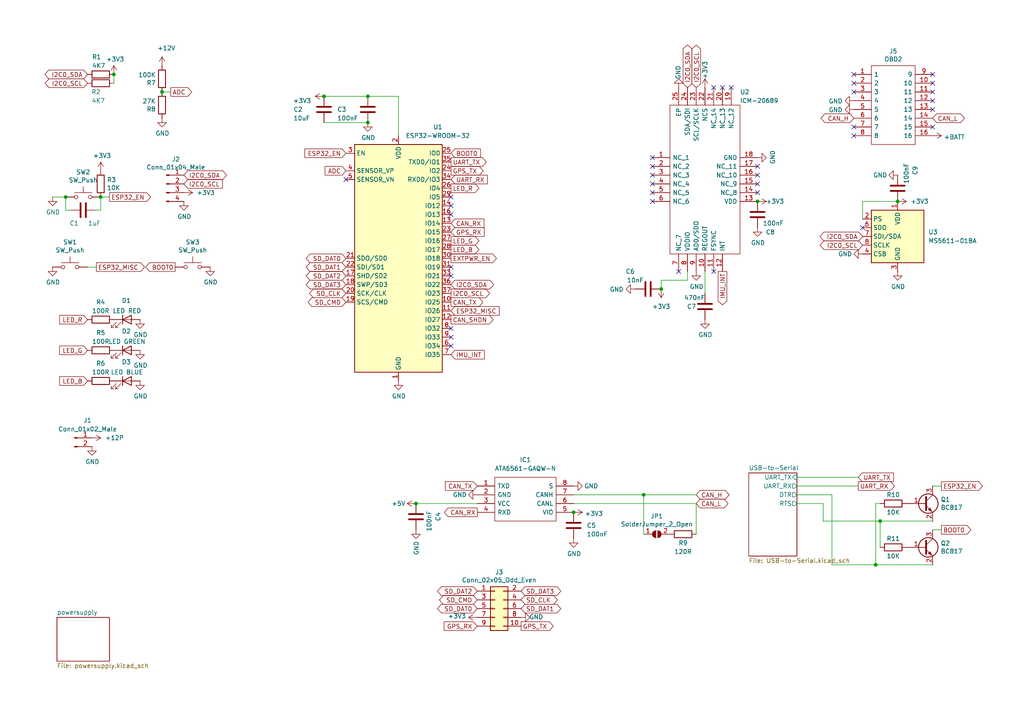
<source format=kicad_sch>
(kicad_sch (version 20211123) (generator eeschema)
  (paper "A4")
  (lib_symbols
    (symbol "ATA6564-GAQW1:ATA6564-GAQW1" (pin_names (offset 0.762))
      (property "Reference" "IC" (at 24.13 7.62 0))
      (property "Value" "ATA6564-GAQW1" (at 24.13 5.08 0))
      (symbol "ATA6564-GAQW1_0_0"
        (pin passive line (at 0 0 0) (length 5.08) (name "TXD") (number "1"))
        (pin passive line (at 0 -2.54 0) (length 5.08) (name "GND") (number "2"))
        (pin passive line (at 0 -5.08 0) (length 5.08) (name "VCC") (number "3"))
        (pin passive line (at 0 -7.62 0) (length 5.08) (name "RXD") (number "4"))
        (pin passive line (at 27.94 -7.62 180) (length 5.08) (name "VIO") (number "5"))
        (pin passive line (at 27.94 -5.08 180) (length 5.08) (name "CANL") (number "6"))
        (pin passive line (at 27.94 -2.54 180) (length 5.08) (name "CANH") (number "7"))
        (pin passive line (at 27.94 0 180) (length 5.08) (name "S") (number "8"))
      )
      (symbol "ATA6564-GAQW1_0_1"
        (polyline (pts (xy 5.08 2.54) (xy 22.86 2.54) (xy 22.86 -10.16) (xy 5.08 -10.16) (xy 5.08 2.54)) (stroke (width 0.1524)))
      )
    )
    (symbol "Connector:Conn_01x02_Male" (pin_names (offset 1.016) hide)
      (property "Reference" "J" (at 0 2.54 0))
      (property "Value" "Conn_01x02_Male" (at 0 -5.08 0))
      (symbol "Conn_01x02_Male_1_1"
        (polyline (pts (xy 1.27 -2.54) (xy 0.8636 -2.54)) (stroke (width 0.1524)))
        (polyline (pts (xy 1.27 0) (xy 0.8636 0)) (stroke (width 0.1524)))
        (rectangle (start 0.8636 -2.413) (end 0 -2.667) (stroke (width 0.1524)) (fill (type outline)))
        (rectangle (start 0.8636 0.127) (end 0 -0.127) (stroke (width 0.1524)) (fill (type outline)))
        (pin passive line (at 5.08 0 180) (length 3.81) (name "Pin_1") (number "1"))
        (pin passive line (at 5.08 -2.54 180) (length 3.81) (name "Pin_2") (number "2"))
      )
    )
    (symbol "Connector:Conn_01x04_Male" (pin_names (offset 1.016) hide)
      (property "Reference" "J" (at 0 5.08 0))
      (property "Value" "Conn_01x04_Male" (at 0 -7.62 0))
      (symbol "Conn_01x04_Male_1_1"
        (polyline (pts (xy 1.27 -5.08) (xy 0.8636 -5.08)) (stroke (width 0.1524)))
        (polyline (pts (xy 1.27 -2.54) (xy 0.8636 -2.54)) (stroke (width 0.1524)))
        (polyline (pts (xy 1.27 0) (xy 0.8636 0)) (stroke (width 0.1524)))
        (polyline (pts (xy 1.27 2.54) (xy 0.8636 2.54)) (stroke (width 0.1524)))
        (rectangle (start 0.8636 -4.953) (end 0 -5.207) (stroke (width 0.1524)) (fill (type outline)))
        (rectangle (start 0.8636 -2.413) (end 0 -2.667) (stroke (width 0.1524)) (fill (type outline)))
        (rectangle (start 0.8636 0.127) (end 0 -0.127) (stroke (width 0.1524)) (fill (type outline)))
        (rectangle (start 0.8636 2.667) (end 0 2.413) (stroke (width 0.1524)) (fill (type outline)))
        (pin passive line (at 5.08 2.54 180) (length 3.81) (name "Pin_1") (number "1"))
        (pin passive line (at 5.08 0 180) (length 3.81) (name "Pin_2") (number "2"))
        (pin passive line (at 5.08 -2.54 180) (length 3.81) (name "Pin_3") (number "3"))
        (pin passive line (at 5.08 -5.08 180) (length 3.81) (name "Pin_4") (number "4"))
      )
    )
    (symbol "Connector_Generic:Conn_02x05_Odd_Even" (pin_names (offset 1.016) hide)
      (property "Reference" "J" (at 1.27 7.62 0))
      (property "Value" "Conn_02x05_Odd_Even" (at 1.27 -7.62 0))
      (symbol "Conn_02x05_Odd_Even_1_1"
        (rectangle (start -1.27 -4.953) (end 0 -5.207) (stroke (width 0.1524)))
        (rectangle (start -1.27 -2.413) (end 0 -2.667) (stroke (width 0.1524)))
        (rectangle (start -1.27 0.127) (end 0 -0.127) (stroke (width 0.1524)))
        (rectangle (start -1.27 2.667) (end 0 2.413) (stroke (width 0.1524)))
        (rectangle (start -1.27 5.207) (end 0 4.953) (stroke (width 0.1524)))
        (rectangle (start -1.27 6.35) (end 3.81 -6.35) (stroke (width 0.254)) (fill (type background)))
        (rectangle (start 3.81 -4.953) (end 2.54 -5.207) (stroke (width 0.1524)))
        (rectangle (start 3.81 -2.413) (end 2.54 -2.667) (stroke (width 0.1524)))
        (rectangle (start 3.81 0.127) (end 2.54 -0.127) (stroke (width 0.1524)))
        (rectangle (start 3.81 2.667) (end 2.54 2.413) (stroke (width 0.1524)))
        (rectangle (start 3.81 5.207) (end 2.54 4.953) (stroke (width 0.1524)))
        (pin passive line (at -5.08 5.08 0) (length 3.81) (name "Pin_1") (number "1"))
        (pin passive line (at 7.62 -5.08 180) (length 3.81) (name "Pin_10") (number "10"))
        (pin passive line (at 7.62 5.08 180) (length 3.81) (name "Pin_2") (number "2"))
        (pin passive line (at -5.08 2.54 0) (length 3.81) (name "Pin_3") (number "3"))
        (pin passive line (at 7.62 2.54 180) (length 3.81) (name "Pin_4") (number "4"))
        (pin passive line (at -5.08 0 0) (length 3.81) (name "Pin_5") (number "5"))
        (pin passive line (at 7.62 0 180) (length 3.81) (name "Pin_6") (number "6"))
        (pin passive line (at -5.08 -2.54 0) (length 3.81) (name "Pin_7") (number "7"))
        (pin passive line (at 7.62 -2.54 180) (length 3.81) (name "Pin_8") (number "8"))
        (pin passive line (at -5.08 -5.08 0) (length 3.81) (name "Pin_9") (number "9"))
      )
    )
    (symbol "Device:C" (pin_numbers hide) (pin_names (offset 0.254))
      (property "Reference" "C" (at 0.635 2.54 0))
      (property "Value" "C" (at 0.635 -2.54 0))
      (symbol "C_0_1"
        (polyline (pts (xy -2.032 -0.762) (xy 2.032 -0.762)) (stroke (width 0.508)))
        (polyline (pts (xy -2.032 0.762) (xy 2.032 0.762)) (stroke (width 0.508)))
      )
      (symbol "C_1_1"
        (pin passive line (at 0 3.81 270) (length 2.794) (name "~") (number "1"))
        (pin passive line (at 0 -3.81 90) (length 2.794) (name "~") (number "2"))
      )
    )
    (symbol "Device:LED" (pin_numbers hide) (pin_names (offset 1.016) hide)
      (property "Reference" "D" (at 0 2.54 0))
      (property "Value" "LED" (at 0 -2.54 0))
      (symbol "LED_0_1"
        (polyline (pts (xy -1.27 -1.27) (xy -1.27 1.27)) (stroke (width 0.254)))
        (polyline (pts (xy -1.27 0) (xy 1.27 0)))
        (polyline (pts (xy 1.27 -1.27) (xy 1.27 1.27) (xy -1.27 0) (xy 1.27 -1.27)) (stroke (width 0.254)))
        (polyline (pts (xy -3.048 -0.762) (xy -4.572 -2.286) (xy -3.81 -2.286) (xy -4.572 -2.286) (xy -4.572 -1.524)))
        (polyline (pts (xy -1.778 -0.762) (xy -3.302 -2.286) (xy -2.54 -2.286) (xy -3.302 -2.286) (xy -3.302 -1.524)))
      )
      (symbol "LED_1_1"
        (pin passive line (at -3.81 0 0) (length 2.54) (name "K") (number "1"))
        (pin passive line (at 3.81 0 180) (length 2.54) (name "A") (number "2"))
      )
    )
    (symbol "Device:R" (pin_numbers hide) (pin_names (offset 0))
      (property "Reference" "R" (at 2.032 0 90))
      (property "Value" "R" (at 0 0 90))
      (symbol "R_0_1"
        (rectangle (start -1.016 -2.54) (end 1.016 2.54) (stroke (width 0.254)))
      )
      (symbol "R_1_1"
        (pin passive line (at 0 3.81 270) (length 1.27) (name "~") (number "1"))
        (pin passive line (at 0 -3.81 90) (length 1.27) (name "~") (number "2"))
      )
    )
    (symbol "ICM-20689:ICM-20689" (pin_names (offset 0.762))
      (property "Reference" "IC" (at 26.67 20.32 0))
      (property "Value" "ICM-20689" (at 26.67 17.78 0))
      (symbol "ICM-20689_0_0"
        (pin passive line (at 0 0 0) (length 5.08) (name "NC_1") (number "1"))
        (pin passive line (at 15.24 -33.02 90) (length 5.08) (name "REGOUT") (number "10"))
        (pin passive line (at 17.78 -33.02 90) (length 5.08) (name "FSYNC") (number "11"))
        (pin passive line (at 20.32 -33.02 90) (length 5.08) (name "INT") (number "12"))
        (pin passive line (at 30.48 -12.7 180) (length 5.08) (name "VDD") (number "13"))
        (pin passive line (at 30.48 -10.16 180) (length 5.08) (name "NC_8") (number "14"))
        (pin passive line (at 30.48 -7.62 180) (length 5.08) (name "NC_9") (number "15"))
        (pin passive line (at 30.48 -5.08 180) (length 5.08) (name "NC_10") (number "16"))
        (pin passive line (at 30.48 -2.54 180) (length 5.08) (name "NC_11") (number "17"))
        (pin passive line (at 30.48 0 180) (length 5.08) (name "GND") (number "18"))
        (pin passive line (at 22.86 20.32 270) (length 5.08) (name "NC_12") (number "19"))
        (pin passive line (at 0 -2.54 0) (length 5.08) (name "NC_2") (number "2"))
        (pin passive line (at 20.32 20.32 270) (length 5.08) (name "NC_13") (number "20"))
        (pin passive line (at 17.78 20.32 270) (length 5.08) (name "NC_14") (number "21"))
        (pin passive line (at 15.24 20.32 270) (length 5.08) (name "NCS") (number "22"))
        (pin passive line (at 12.7 20.32 270) (length 5.08) (name "SCL/SCLK") (number "23"))
        (pin passive line (at 10.16 20.32 270) (length 5.08) (name "SDA/SDI") (number "24"))
        (pin passive line (at 7.62 20.32 270) (length 5.08) (name "EP") (number "25"))
        (pin passive line (at 0 -5.08 0) (length 5.08) (name "NC_3") (number "3"))
        (pin passive line (at 0 -7.62 0) (length 5.08) (name "NC_4") (number "4"))
        (pin passive line (at 0 -10.16 0) (length 5.08) (name "NC_5") (number "5"))
        (pin passive line (at 0 -12.7 0) (length 5.08) (name "NC_6") (number "6"))
        (pin passive line (at 7.62 -33.02 90) (length 5.08) (name "NC_7") (number "7"))
        (pin passive line (at 10.16 -33.02 90) (length 5.08) (name "VDDIO") (number "8"))
        (pin passive line (at 12.7 -33.02 90) (length 5.08) (name "AD0/SDO") (number "9"))
      )
      (symbol "ICM-20689_0_1"
        (polyline (pts (xy 5.08 15.24) (xy 25.4 15.24) (xy 25.4 -27.94) (xy 5.08 -27.94) (xy 5.08 15.24)) (stroke (width 0.1524)))
      )
    )
    (symbol "Jumper:SolderJumper_2_Open" (pin_names (offset 0) hide)
      (property "Reference" "JP" (at 0 2.032 0))
      (property "Value" "SolderJumper_2_Open" (at 0 -2.54 0))
      (symbol "SolderJumper_2_Open_0_1"
        (arc (start -0.254 1.016) (mid -1.27 0) (end -0.254 -1.016))
        (arc (start -0.254 1.016) (mid -1.27 0) (end -0.254 -1.016) (fill (type outline)))
        (polyline (pts (xy -0.254 1.016) (xy -0.254 -1.016)))
        (polyline (pts (xy 0.254 1.016) (xy 0.254 -1.016)))
        (arc (start 0.254 -1.016) (mid 1.27 0) (end 0.254 1.016))
        (arc (start 0.254 -1.016) (mid 1.27 0) (end 0.254 1.016) (fill (type outline)))
      )
      (symbol "SolderJumper_2_Open_1_1"
        (pin passive line (at -3.81 0 0) (length 2.54) (name "A") (number "1"))
        (pin passive line (at 3.81 0 180) (length 2.54) (name "B") (number "2"))
      )
    )
    (symbol "OBD2:OBD2" (pin_names (offset 0.762))
      (property "Reference" "J" (at 19.05 7.62 0))
      (property "Value" "OBD2" (at 19.05 5.08 0))
      (symbol "OBD2_0_0"
        (pin passive line (at 0 0 0) (length 5.08) (name "1") (number "1"))
        (pin passive line (at 22.86 -2.54 180) (length 5.08) (name "10") (number "10"))
        (pin passive line (at 22.86 -5.08 180) (length 5.08) (name "11") (number "11"))
        (pin passive line (at 22.86 -7.62 180) (length 5.08) (name "12") (number "12"))
        (pin passive line (at 22.86 -10.16 180) (length 5.08) (name "13") (number "13"))
        (pin passive line (at 22.86 -12.7 180) (length 5.08) (name "14") (number "14"))
        (pin passive line (at 22.86 -15.24 180) (length 5.08) (name "15") (number "15"))
        (pin passive line (at 22.86 -17.78 180) (length 5.08) (name "16") (number "16"))
        (pin passive line (at 0 -2.54 0) (length 5.08) (name "2") (number "2"))
        (pin passive line (at 0 -5.08 0) (length 5.08) (name "3") (number "3"))
        (pin passive line (at 0 -7.62 0) (length 5.08) (name "4") (number "4"))
        (pin passive line (at 0 -10.16 0) (length 5.08) (name "5") (number "5"))
        (pin passive line (at 0 -12.7 0) (length 5.08) (name "6") (number "6"))
        (pin passive line (at 0 -15.24 0) (length 5.08) (name "7") (number "7"))
        (pin passive line (at 0 -17.78 0) (length 5.08) (name "8") (number "8"))
        (pin passive line (at 22.86 0 180) (length 5.08) (name "9") (number "9"))
      )
      (symbol "OBD2_0_1"
        (polyline (pts (xy 5.08 2.54) (xy 17.78 2.54) (xy 17.78 -20.32) (xy 5.08 -20.32) (xy 5.08 2.54)) (stroke (width 0.1524)))
      )
    )
    (symbol "RF_Module:ESP32-WROOM-32"
      (property "Reference" "U" (at -12.7 34.29 0))
      (property "Value" "ESP32-WROOM-32" (at 1.27 34.29 0))
      (symbol "ESP32-WROOM-32_0_1"
        (rectangle (start -12.7 33.02) (end 12.7 -33.02) (stroke (width 0.254)) (fill (type background)))
      )
      (symbol "ESP32-WROOM-32_1_1"
        (pin power_in line (at 0 -35.56 90) (length 2.54) (name "GND") (number "1"))
        (pin bidirectional line (at 15.24 -12.7 180) (length 2.54) (name "IO25") (number "10"))
        (pin bidirectional line (at 15.24 -15.24 180) (length 2.54) (name "IO26") (number "11"))
        (pin bidirectional line (at 15.24 -17.78 180) (length 2.54) (name "IO27") (number "12"))
        (pin bidirectional line (at 15.24 10.16 180) (length 2.54) (name "IO14") (number "13"))
        (pin bidirectional line (at 15.24 15.24 180) (length 2.54) (name "IO12") (number "14"))
        (pin passive line (at 0 -35.56 90) (length 2.54) hide (name "GND") (number "15"))
        (pin bidirectional line (at 15.24 12.7 180) (length 2.54) (name "IO13") (number "16"))
        (pin bidirectional line (at -15.24 -5.08 0) (length 2.54) (name "SHD/SD2") (number "17"))
        (pin bidirectional line (at -15.24 -7.62 0) (length 2.54) (name "SWP/SD3") (number "18"))
        (pin bidirectional line (at -15.24 -12.7 0) (length 2.54) (name "SCS/CMD") (number "19"))
        (pin power_in line (at 0 35.56 270) (length 2.54) (name "VDD") (number "2"))
        (pin bidirectional line (at -15.24 -10.16 0) (length 2.54) (name "SCK/CLK") (number "20"))
        (pin bidirectional line (at -15.24 0 0) (length 2.54) (name "SDO/SD0") (number "21"))
        (pin bidirectional line (at -15.24 -2.54 0) (length 2.54) (name "SDI/SD1") (number "22"))
        (pin bidirectional line (at 15.24 7.62 180) (length 2.54) (name "IO15") (number "23"))
        (pin bidirectional line (at 15.24 25.4 180) (length 2.54) (name "IO2") (number "24"))
        (pin bidirectional line (at 15.24 30.48 180) (length 2.54) (name "IO0") (number "25"))
        (pin bidirectional line (at 15.24 20.32 180) (length 2.54) (name "IO4") (number "26"))
        (pin bidirectional line (at 15.24 5.08 180) (length 2.54) (name "IO16") (number "27"))
        (pin bidirectional line (at 15.24 2.54 180) (length 2.54) (name "IO17") (number "28"))
        (pin bidirectional line (at 15.24 17.78 180) (length 2.54) (name "IO5") (number "29"))
        (pin input line (at -15.24 30.48 0) (length 2.54) (name "EN") (number "3"))
        (pin bidirectional line (at 15.24 0 180) (length 2.54) (name "IO18") (number "30"))
        (pin bidirectional line (at 15.24 -2.54 180) (length 2.54) (name "IO19") (number "31"))
        (pin no_connect line (at -12.7 -27.94 0) (length 2.54) hide (name "NC") (number "32"))
        (pin bidirectional line (at 15.24 -5.08 180) (length 2.54) (name "IO21") (number "33"))
        (pin bidirectional line (at 15.24 22.86 180) (length 2.54) (name "RXD0/IO3") (number "34"))
        (pin bidirectional line (at 15.24 27.94 180) (length 2.54) (name "TXD0/IO1") (number "35"))
        (pin bidirectional line (at 15.24 -7.62 180) (length 2.54) (name "IO22") (number "36"))
        (pin bidirectional line (at 15.24 -10.16 180) (length 2.54) (name "IO23") (number "37"))
        (pin passive line (at 0 -35.56 90) (length 2.54) hide (name "GND") (number "38"))
        (pin passive line (at 0 -35.56 90) (length 2.54) hide (name "GND") (number "39"))
        (pin input line (at -15.24 25.4 0) (length 2.54) (name "SENSOR_VP") (number "4"))
        (pin input line (at -15.24 22.86 0) (length 2.54) (name "SENSOR_VN") (number "5"))
        (pin input line (at 15.24 -25.4 180) (length 2.54) (name "IO34") (number "6"))
        (pin input line (at 15.24 -27.94 180) (length 2.54) (name "IO35") (number "7"))
        (pin bidirectional line (at 15.24 -20.32 180) (length 2.54) (name "IO32") (number "8"))
        (pin bidirectional line (at 15.24 -22.86 180) (length 2.54) (name "IO33") (number "9"))
      )
    )
    (symbol "Sensor_Pressure:MS5611-01BA"
      (property "Reference" "U" (at -6.35 8.89 0))
      (property "Value" "MS5611-01BA" (at 7.62 8.89 0))
      (symbol "MS5611-01BA_0_1"
        (rectangle (start -7.62 7.62) (end 7.62 -7.62) (stroke (width 0.254)) (fill (type background)))
      )
      (symbol "MS5611-01BA_1_1"
        (pin power_in line (at 0 10.16 270) (length 2.54) (name "VDD") (number "1"))
        (pin input line (at -10.16 5.08 0) (length 2.54) (name "PS") (number "2"))
        (pin power_in line (at 0 -10.16 90) (length 2.54) (name "GND") (number "3"))
        (pin input line (at -10.16 -5.08 0) (length 2.54) (name "CSB") (number "4"))
        (pin input line (at -10.16 -5.08 0) (length 2.54) hide (name "CSB") (number "5"))
        (pin output line (at -10.16 2.54 0) (length 2.54) (name "SDO") (number "6"))
        (pin bidirectional line (at -10.16 0 0) (length 2.54) (name "SDI/SDA") (number "7"))
        (pin input line (at -10.16 -2.54 0) (length 2.54) (name "SCLK") (number "8"))
      )
    )
    (symbol "Switch:SW_Push" (pin_numbers hide) (pin_names (offset 1.016) hide)
      (property "Reference" "SW" (at 1.27 2.54 0))
      (property "Value" "SW_Push" (at 0 -1.524 0))
      (symbol "SW_Push_0_1"
        (circle (center -2.032 0) (radius 0.508))
        (polyline (pts (xy 0 1.27) (xy 0 3.048)))
        (polyline (pts (xy 2.54 1.27) (xy -2.54 1.27)))
        (circle (center 2.032 0) (radius 0.508))
        (pin passive line (at -5.08 0 0) (length 2.54) (name "1") (number "1"))
        (pin passive line (at 5.08 0 180) (length 2.54) (name "2") (number "2"))
      )
    )
    (symbol "Transistor_BJT:BC817" (pin_names (offset 0) hide)
      (property "Reference" "Q" (at 5.08 1.905 0))
      (property "Value" "BC817" (at 5.08 0 0))
      (symbol "BC817_0_1"
        (polyline (pts (xy 0.635 0.635) (xy 2.54 2.54)))
        (polyline (pts (xy 0.635 -0.635) (xy 2.54 -2.54) (xy 2.54 -2.54)))
        (polyline (pts (xy 0.635 1.905) (xy 0.635 -1.905) (xy 0.635 -1.905)) (stroke (width 0.508)))
        (polyline (pts (xy 1.27 -1.778) (xy 1.778 -1.27) (xy 2.286 -2.286) (xy 1.27 -1.778) (xy 1.27 -1.778)) (fill (type outline)))
        (circle (center 1.27 0) (radius 2.8194) (stroke (width 0.254)))
      )
      (symbol "BC817_1_1"
        (pin input line (at -5.08 0 0) (length 5.715) (name "B") (number "1"))
        (pin passive line (at 2.54 -5.08 90) (length 2.54) (name "E") (number "2"))
        (pin passive line (at 2.54 5.08 270) (length 2.54) (name "C") (number "3"))
      )
    )
    (symbol "power:+12P" (power) (pin_names (offset 0))
      (property "Value" "+12P" (at 0 3.556 0))
      (symbol "+12P_0_1"
        (polyline (pts (xy -0.762 1.27) (xy 0 2.54)))
        (polyline (pts (xy 0 0) (xy 0 2.54)))
        (polyline (pts (xy 0 2.54) (xy 0.762 1.27)))
      )
      (symbol "+12P_1_1"
        (pin power_in line (at 0 0 90) (length 0) hide (name "+12P") (number "1"))
      )
    )
    (symbol "power:+12V" (power) (pin_names (offset 0))
      (property "Value" "+12V" (at 0 3.556 0))
      (symbol "+12V_0_1"
        (polyline (pts (xy -0.762 1.27) (xy 0 2.54)))
        (polyline (pts (xy 0 0) (xy 0 2.54)))
        (polyline (pts (xy 0 2.54) (xy 0.762 1.27)))
      )
      (symbol "+12V_1_1"
        (pin power_in line (at 0 0 90) (length 0) hide (name "+12V") (number "1"))
      )
    )
    (symbol "power:+3.3V" (power) (pin_names (offset 0))
      (property "Value" "+3.3V" (at 0 3.556 0))
      (symbol "+3.3V_0_1"
        (polyline (pts (xy -0.762 1.27) (xy 0 2.54)))
        (polyline (pts (xy 0 0) (xy 0 2.54)))
        (polyline (pts (xy 0 2.54) (xy 0.762 1.27)))
      )
      (symbol "+3.3V_1_1"
        (pin power_in line (at 0 0 90) (length 0) hide (name "+3V3") (number "1"))
      )
    )
    (symbol "power:+5V" (power) (pin_names (offset 0))
      (property "Value" "+5V" (at 0 3.556 0))
      (symbol "+5V_0_1"
        (polyline (pts (xy -0.762 1.27) (xy 0 2.54)))
        (polyline (pts (xy 0 0) (xy 0 2.54)))
        (polyline (pts (xy 0 2.54) (xy 0.762 1.27)))
      )
      (symbol "+5V_1_1"
        (pin power_in line (at 0 0 90) (length 0) hide (name "+5V") (number "1"))
      )
    )
    (symbol "power:+BATT" (power) (pin_names (offset 0))
      (property "Value" "+BATT" (at 0 3.556 0))
      (symbol "+BATT_0_1"
        (polyline (pts (xy -0.762 1.27) (xy 0 2.54)))
        (polyline (pts (xy 0 0) (xy 0 2.54)))
        (polyline (pts (xy 0 2.54) (xy 0.762 1.27)))
      )
      (symbol "+BATT_1_1"
        (pin power_in line (at 0 0 90) (length 0) hide (name "+BATT") (number "1"))
      )
    )
    (symbol "power:GND" (power) (pin_names (offset 0))
      (property "Value" "GND" (at 0 -3.81 0))
      (symbol "GND_0_1"
        (polyline (pts (xy 0 0) (xy 0 -1.27) (xy 1.27 -1.27) (xy 0 -2.54) (xy -1.27 -1.27) (xy 0 -1.27)))
      )
      (symbol "GND_1_1"
        (pin power_in line (at 0 0 270) (length 0) hide (name "GND") (number "1"))
      )
    )
  )
  (junction (at 46.99 26.67))
  (junction (at 260.35 58.42))
  (junction (at 106.68 27.94))
  (junction (at 29.21 57.15))
  (junction (at 186.69 143.51))
  (junction (at 219.71 58.42))
  (junction (at 255.27 151.13))
  (junction (at 93.98 27.94))
  (junction (at 191.77 83.82))
  (junction (at 106.68 35.56))
  (junction (at 166.37 148.59))
  (junction (at 19.05 57.15))
  (junction (at 254 163.83))
  (junction (at 33.02 21.59))
  (junction (at 120.65 146.05))
  (no_connect (at 100.33 52.07))
  (no_connect (at 250.19 66.04))
  (no_connect (at 247.65 36.83))
  (no_connect (at 270.51 24.13))
  (no_connect (at 247.65 39.37))
  (no_connect (at 189.23 48.26))
  (no_connect (at 247.65 21.59))
  (no_connect (at 196.85 78.74))
  (no_connect (at 189.23 45.72))
  (no_connect (at 247.65 24.13))
  (no_connect (at 189.23 58.42))
  (no_connect (at 207.01 25.4))
  (no_connect (at 130.81 57.15))
  (no_connect (at 130.81 59.69))
  (no_connect (at 130.81 62.23))
  (no_connect (at 130.81 77.47))
  (no_connect (at 130.81 80.01))
  (no_connect (at 130.81 100.33))
  (no_connect (at 130.81 97.79))
  (no_connect (at 130.81 95.25))
  (no_connect (at 189.23 55.88))
  (no_connect (at 212.09 25.4))
  (no_connect (at 219.71 53.34))
  (no_connect (at 219.71 48.26))
  (no_connect (at 209.55 25.4))
  (no_connect (at 247.65 26.67))
  (no_connect (at 189.23 50.8))
  (no_connect (at 219.71 55.88))
  (no_connect (at 219.71 50.8))
  (no_connect (at 270.51 21.59))
  (no_connect (at 270.51 36.83))
  (no_connect (at 189.23 53.34))
  (no_connect (at 270.51 31.75))
  (no_connect (at 270.51 26.67))
  (no_connect (at 270.51 29.21))
  (no_connect (at 207.01 78.74))
  (wire (pts (xy 273.05 140.97) (xy 270.51 140.97)))
  (wire (pts (xy 255.27 158.75) (xy 255.27 151.13)))
  (wire (pts (xy 33.02 24.13) (xy 33.02 21.59)))
  (wire (pts (xy 231.14 146.05) (xy 238.76 146.05)))
  (wire (pts (xy 255.27 146.05) (xy 254 146.05)))
  (wire (pts (xy 93.98 35.56) (xy 106.68 35.56)))
  (wire (pts (xy 199.39 81.28) (xy 191.77 81.28)))
  (wire (pts (xy 186.69 143.51) (xy 201.93 143.51)))
  (wire (pts (xy 186.69 154.94) (xy 186.69 143.51)))
  (wire (pts (xy 27.94 60.96) (xy 29.21 60.96)))
  (wire (pts (xy 231.14 138.43) (xy 248.92 138.43)))
  (wire (pts (xy 191.77 81.28) (xy 191.77 83.82)))
  (wire (pts (xy 231.14 143.51) (xy 241.3 143.51)))
  (wire (pts (xy 166.37 143.51) (xy 186.69 143.51)))
  (wire (pts (xy 120.65 146.05) (xy 138.43 146.05)))
  (wire (pts (xy 201.93 154.94) (xy 201.93 146.05)))
  (wire (pts (xy 29.21 60.96) (xy 29.21 57.15)))
  (wire (pts (xy 241.3 143.51) (xy 241.3 163.83)))
  (wire (pts (xy 19.05 60.96) (xy 20.32 60.96)))
  (wire (pts (xy 254 163.83) (xy 270.51 163.83)))
  (wire (pts (xy 19.05 57.15) (xy 19.05 60.96)))
  (wire (pts (xy 106.68 27.94) (xy 93.98 27.94)))
  (wire (pts (xy 49.53 26.67) (xy 46.99 26.67)))
  (wire (pts (xy 115.57 39.37) (xy 115.57 27.94)))
  (wire (pts (xy 31.75 57.15) (xy 29.21 57.15)))
  (wire (pts (xy 270.51 151.13) (xy 255.27 151.13)))
  (wire (pts (xy 255.27 151.13) (xy 238.76 151.13)))
  (wire (pts (xy 254 146.05) (xy 254 163.83)))
  (wire (pts (xy 166.37 146.05) (xy 201.93 146.05)))
  (wire (pts (xy 260.35 58.42) (xy 250.19 58.42)))
  (wire (pts (xy 231.14 140.97) (xy 248.92 140.97)))
  (wire (pts (xy 238.76 151.13) (xy 238.76 146.05)))
  (wire (pts (xy 199.39 78.74) (xy 199.39 81.28)))
  (wire (pts (xy 115.57 27.94) (xy 106.68 27.94)))
  (wire (pts (xy 270.51 153.67) (xy 273.05 153.67)))
  (wire (pts (xy 250.19 58.42) (xy 250.19 63.5)))
  (wire (pts (xy 204.47 85.09) (xy 204.47 78.74)))
  (wire (pts (xy 15.24 57.15) (xy 19.05 57.15)))
  (wire (pts (xy 27.94 77.47) (xy 25.4 77.47)))
  (wire (pts (xy 241.3 163.83) (xy 254 163.83)))
  (global_label "I2C0_SCL" (shape bidirectional) (at 25.4 24.13 180) (property "Intersheet References" "${INTERSHEET_REFS}" (effects hide)))
  (global_label "CAN_L" (shape bidirectional) (at 270.51 34.29 0) (property "Intersheet References" "${INTERSHEET_REFS}" (effects hide)))
  (global_label "BOOT0" (shape output) (at 50.8 77.47 180) (property "Intersheet References" "${INTERSHEET_REFS}" (effects hide)))
  (global_label "SD_DAT1" (shape bidirectional) (at 100.33 77.47 180) (property "Intersheet References" "${INTERSHEET_REFS}" (effects hide)))
  (global_label "ESP32_EN" (shape output) (at 273.05 140.97 0) (property "Intersheet References" "${INTERSHEET_REFS}" (effects hide)))
  (global_label "SD_DAT3" (shape bidirectional) (at 151.13 171.45 0) (property "Intersheet References" "${INTERSHEET_REFS}" (effects hide)))
  (global_label "UART_TX" (shape input) (at 248.92 138.43 0) (property "Intersheet References" "${INTERSHEET_REFS}" (effects hide)))
  (global_label "CAN_L" (shape bidirectional) (at 201.93 146.05 0) (property "Intersheet References" "${INTERSHEET_REFS}" (effects hide)))
  (global_label "I2C0_SCL" (shape bidirectional) (at 250.19 71.12 180) (property "Intersheet References" "${INTERSHEET_REFS}" (effects hide)))
  (global_label "I2C0_SDA" (shape bidirectional) (at 199.39 25.4 90) (property "Intersheet References" "${INTERSHEET_REFS}" (effects hide)))
  (global_label "ADC" (shape input) (at 100.33 49.53 180) (property "Intersheet References" "${INTERSHEET_REFS}" (effects hide)))
  (global_label "I2C0_SDA" (shape bidirectional) (at 53.34 50.8 0) (property "Intersheet References" "${INTERSHEET_REFS}" (effects hide)))
  (global_label "BOOT0" (shape output) (at 273.05 153.67 0) (property "Intersheet References" "${INTERSHEET_REFS}" (effects hide)))
  (global_label "ESP32_MISC" (shape input) (at 130.81 90.17 0) (property "Intersheet References" "${INTERSHEET_REFS}" (effects hide)))
  (global_label "ESP32_MISC" (shape output) (at 27.94 77.47 0) (property "Intersheet References" "${INTERSHEET_REFS}" (effects hide)))
  (global_label "CAN_RX" (shape input) (at 130.81 64.77 0) (property "Intersheet References" "${INTERSHEET_REFS}" (effects hide)))
  (global_label "LED_B" (shape output) (at 130.81 72.39 0) (property "Intersheet References" "${INTERSHEET_REFS}" (effects hide)))
  (global_label "UART_TX" (shape output) (at 130.81 46.99 0) (property "Intersheet References" "${INTERSHEET_REFS}" (effects hide)))
  (global_label "GPS_RX" (shape input) (at 130.81 67.31 0) (property "Intersheet References" "${INTERSHEET_REFS}" (effects hide)))
  (global_label "CAN_H" (shape bidirectional) (at 247.65 34.29 180) (property "Intersheet References" "${INTERSHEET_REFS}" (effects hide)))
  (global_label "CAN_RX" (shape output) (at 138.43 148.59 180) (property "Intersheet References" "${INTERSHEET_REFS}" (effects hide)))
  (global_label "SD_DAT0" (shape bidirectional) (at 138.43 176.53 180) (property "Intersheet References" "${INTERSHEET_REFS}" (effects hide)))
  (global_label "I2C0_SDA" (shape bidirectional) (at 25.4 21.59 180) (property "Intersheet References" "${INTERSHEET_REFS}" (effects hide)))
  (global_label "SD_CMD" (shape bidirectional) (at 138.43 173.99 180) (property "Intersheet References" "${INTERSHEET_REFS}" (effects hide)))
  (global_label "LED_R" (shape input) (at 25.4 92.71 180) (property "Intersheet References" "${INTERSHEET_REFS}" (effects hide)))
  (global_label "SD_DAT2" (shape bidirectional) (at 100.33 80.01 180) (property "Intersheet References" "${INTERSHEET_REFS}" (effects hide)))
  (global_label "LED_G" (shape output) (at 130.81 69.85 0) (property "Intersheet References" "${INTERSHEET_REFS}" (effects hide)))
  (global_label "CAN_TX" (shape output) (at 130.81 87.63 0) (property "Intersheet References" "${INTERSHEET_REFS}" (effects hide)))
  (global_label "SD_DAT1" (shape bidirectional) (at 151.13 176.53 0) (property "Intersheet References" "${INTERSHEET_REFS}" (effects hide)))
  (global_label "EXTPWR_EN" (shape output) (at 130.81 74.93 0) (property "Intersheet References" "${INTERSHEET_REFS}" (effects hide)))
  (global_label "IMU_INT" (shape input) (at 130.81 102.87 0) (property "Intersheet References" "${INTERSHEET_REFS}" (effects hide)))
  (global_label "SD_DAT2" (shape bidirectional) (at 138.43 171.45 180) (property "Intersheet References" "${INTERSHEET_REFS}" (effects hide)))
  (global_label "I2C0_SDA" (shape bidirectional) (at 250.19 68.58 180) (property "Intersheet References" "${INTERSHEET_REFS}" (effects hide)))
  (global_label "ESP32_EN" (shape input) (at 100.33 44.45 180) (property "Intersheet References" "${INTERSHEET_REFS}" (effects hide)))
  (global_label "SD_CMD" (shape bidirectional) (at 100.33 87.63 180) (property "Intersheet References" "${INTERSHEET_REFS}" (effects hide)))
  (global_label "SD_CLK" (shape bidirectional) (at 151.13 173.99 0) (property "Intersheet References" "${INTERSHEET_REFS}" (effects hide)))
  (global_label "BOOT0" (shape input) (at 130.81 44.45 0) (property "Intersheet References" "${INTERSHEET_REFS}" (effects hide)))
  (global_label "IMU_INT" (shape output) (at 209.55 78.74 270) (property "Intersheet References" "${INTERSHEET_REFS}" (effects hide)))
  (global_label "I2C0_SCL" (shape input) (at 53.34 53.34 0) (property "Intersheet References" "${INTERSHEET_REFS}" (effects hide)))
  (global_label "GPS_TX" (shape output) (at 130.81 49.53 0) (property "Intersheet References" "${INTERSHEET_REFS}" (effects hide)))
  (global_label "GPS_TX" (shape output) (at 151.13 181.61 0) (property "Intersheet References" "${INTERSHEET_REFS}" (effects hide)))
  (global_label "I2C0_SDA" (shape bidirectional) (at 130.81 82.55 0) (property "Intersheet References" "${INTERSHEET_REFS}" (effects hide)))
  (global_label "CAN_H" (shape bidirectional) (at 201.93 143.51 0) (property "Intersheet References" "${INTERSHEET_REFS}" (effects hide)))
  (global_label "ADC" (shape output) (at 49.53 26.67 0) (property "Intersheet References" "${INTERSHEET_REFS}" (effects hide)))
  (global_label "LED_G" (shape input) (at 25.4 101.6 180) (property "Intersheet References" "${INTERSHEET_REFS}" (effects hide)))
  (global_label "GPS_RX" (shape input) (at 138.43 181.61 180) (property "Intersheet References" "${INTERSHEET_REFS}" (effects hide)))
  (global_label "CAN_TX" (shape input) (at 138.43 140.97 180) (property "Intersheet References" "${INTERSHEET_REFS}" (effects hide)))
  (global_label "I2C0_SCL" (shape output) (at 130.81 85.09 0) (property "Intersheet References" "${INTERSHEET_REFS}" (effects hide)))
  (global_label "SD_DAT0" (shape bidirectional) (at 100.33 74.93 180) (property "Intersheet References" "${INTERSHEET_REFS}" (effects hide)))
  (global_label "SD_DAT3" (shape bidirectional) (at 100.33 82.55 180) (property "Intersheet References" "${INTERSHEET_REFS}" (effects hide)))
  (global_label "ESP32_EN" (shape output) (at 31.75 57.15 0) (property "Intersheet References" "${INTERSHEET_REFS}" (effects hide)))
  (global_label "SD_CLK" (shape bidirectional) (at 100.33 85.09 180) (property "Intersheet References" "${INTERSHEET_REFS}" (effects hide)))
  (global_label "UART_RX" (shape input) (at 130.81 52.07 0) (property "Intersheet References" "${INTERSHEET_REFS}" (effects hide)))
  (global_label "LED_R" (shape output) (at 130.81 54.61 0) (property "Intersheet References" "${INTERSHEET_REFS}" (effects hide)))
  (global_label "UART_RX" (shape output) (at 248.92 140.97 0) (property "Intersheet References" "${INTERSHEET_REFS}" (effects hide)))
  (global_label "I2C0_SCL" (shape bidirectional) (at 201.93 25.4 90) (property "Intersheet References" "${INTERSHEET_REFS}" (effects hide)))
  (global_label "CAN_SHDN" (shape output) (at 130.81 92.71 0) (property "Intersheet References" "${INTERSHEET_REFS}" (effects hide)))
  (global_label "LED_B" (shape input) (at 25.4 110.49 180) (property "Intersheet References" "${INTERSHEET_REFS}" (effects hide)))
  (symbol (lib_id "RF_Module:ESP32-WROOM-32") (at 115.57 74.93 0) (unit 1)
    (property "Reference" "U1" (at 127 36.83 0))
    (property "Value" "ESP32-WROOM-32" (at 127 39.37 0))
    (property "Footprint" "RF_Module:ESP32-WROOM-32" (effects hide))
    (property "Datasheet" "https://www.espressif.com/sites/default/files/documentation/esp32-wroom-32_datasheet_en.pdf" (effects hide))
  )
  (symbol (lib_id "power:+5V") (at 120.65 146.05 90) (unit 1)
    (property "Reference" "#PWR0101" (effects hide))
    (property "Value" "+5V" (at 115.57 146.05 90))
  )
  (symbol (lib_id "power:+3.3V") (at 166.37 148.59 270) (unit 1)
    (property "Reference" "#PWR0102" (effects hide))
    (property "Value" "+3.3V" (at 169.6212 148.971 90) (effects (justify left)))
  )
  (symbol (lib_id "power:+3.3V") (at 93.98 27.94 90) (unit 1)
    (property "Reference" "#PWR0103" (effects hide))
    (property "Value" "+3.3V" (at 87.63 29.21 90))
  )
  (symbol (lib_id "power:GND") (at 15.24 57.15 0) (unit 1)
    (property "Reference" "#PWR0104" (effects hide))
    (property "Value" "GND" (at 15.367 61.5442 0))
  )
  (symbol (lib_id "power:+BATT") (at 270.51 39.37 270) (unit 1)
    (property "Reference" "#PWR0105" (effects hide))
    (property "Value" "+BATT" (at 273.7612 39.751 90) (effects (justify left)))
  )
  (symbol (lib_id "power:GND") (at 247.65 29.21 270) (unit 1)
    (property "Reference" "#PWR0106" (effects hide))
    (property "Value" "GND" (at 244.3988 29.337 90) (effects (justify right)))
  )
  (symbol (lib_id "Device:C") (at 120.65 149.86 0) (unit 1)
    (property "Reference" "C4" (at 127.0508 149.86 90))
    (property "Value" "100nF" (at 124.46 151.13 90))
    (property "Footprint" "Capacitor_SMD:C_0603_1608Metric_Pad1.08x0.95mm_HandSolder" (effects hide))
  )
  (symbol (lib_id "power:GND") (at 120.65 153.67 0) (unit 1)
    (property "Reference" "#PWR0107" (effects hide))
    (property "Value" "GND" (at 120.777 156.9212 90) (effects (justify right)))
  )
  (symbol (lib_id "Device:C") (at 166.37 152.4 180) (unit 1)
    (property "Reference" "C5" (at 170.18 152.4 0) (effects (justify right)))
    (property "Value" "100nF" (at 170.18 154.94 0) (effects (justify right)))
    (property "Footprint" "Capacitor_SMD:C_0603_1608Metric_Pad1.08x0.95mm_HandSolder" (effects hide))
  )
  (symbol (lib_id "power:GND") (at 166.37 156.21 0) (unit 1)
    (property "Reference" "#PWR0108" (effects hide))
    (property "Value" "GND" (at 166.497 160.6042 0))
  )
  (symbol (lib_id "power:+3.3V") (at 260.35 58.42 270) (unit 1)
    (property "Reference" "#PWR0127" (effects hide))
    (property "Value" "+3.3V" (at 266.7 58.42 90))
  )
  (symbol (lib_id "power:+3.3V") (at 219.71 58.42 270) (unit 1)
    (property "Reference" "#PWR0111" (effects hide))
    (property "Value" "+3.3V" (at 224.79 58.42 90))
  )
  (symbol (lib_id "power:+3.3V") (at 33.02 21.59 0) (unit 1)
    (property "Reference" "#PWR0112" (effects hide))
    (property "Value" "+3.3V" (at 33.401 17.1958 0))
  )
  (symbol (lib_id "Device:R") (at 29.21 21.59 90) (unit 1)
    (property "Reference" "R1" (at 26.67 16.51 90) (effects (justify right)))
    (property "Value" "4K7" (at 26.67 19.05 90) (effects (justify right)))
    (property "Footprint" "Resistor_SMD:R_0603_1608Metric_Pad0.98x0.95mm_HandSolder" (effects hide))
  )
  (symbol (lib_id "Device:R") (at 29.21 24.13 270) (unit 1)
    (property "Reference" "R2" (at 29.21 26.67 90) (effects (justify right)))
    (property "Value" "4K7" (at 30.48 29.21 90) (effects (justify right)))
    (property "Footprint" "Resistor_SMD:R_0603_1608Metric_Pad0.98x0.95mm_HandSolder" (effects hide))
  )
  (symbol (lib_id "power:GND") (at 15.24 77.47 0) (unit 1)
    (property "Reference" "#PWR0123" (effects hide))
    (property "Value" "GND" (at 15.367 81.8642 0))
  )
  (symbol (lib_id "Switch:SW_Push") (at 20.32 77.47 0) (unit 1)
    (property "Reference" "SW1" (at 20.32 70.231 0))
    (property "Value" "SW_Push" (at 20.32 72.5424 0))
    (property "Footprint" "Button_Switch_SMD:SW_SPST_B3U-3000P-B" (effects hide))
  )
  (symbol (lib_id "Device:C") (at 219.71 62.23 180) (unit 1)
    (property "Reference" "C8" (at 224.79 67.31 0) (effects (justify left)))
    (property "Value" "100nF" (at 227.33 64.77 0) (effects (justify left)))
    (property "Footprint" "Capacitor_SMD:C_0603_1608Metric_Pad1.08x0.95mm_HandSolder" (effects hide))
  )
  (symbol (lib_id "power:GND") (at 219.71 66.04 0) (unit 1)
    (property "Reference" "#PWR0113" (effects hide))
    (property "Value" "GND" (at 219.837 70.4342 0))
  )
  (symbol (lib_id "power:GND") (at 184.15 83.82 270) (unit 1)
    (property "Reference" "#PWR0114" (effects hide))
    (property "Value" "GND" (at 180.8988 83.947 90) (effects (justify right)))
  )
  (symbol (lib_id "ICM-20689:ICM-20689") (at 189.23 45.72 0) (unit 1)
    (property "Reference" "U2" (at 214.63 26.67 0) (effects (justify left)))
    (property "Value" "ICM-20689" (at 214.63 29.21 0) (effects (justify left)))
    (property "Footprint" "ICM-20689:QFN50P400X400X95-25N-D" (effects hide))
    (property "Datasheet" "https://www.invensense.com/wp-content/uploads/2016/03/PB-000045-ICM-20689-v1.0.pdf" (effects hide))
    (property "Description" "IMUs - Inertial Measurement Units 6-Axis DMP-Enabled Drone/VR/IoT solution, Targeted For All Current MPU-6000/6050 Users" (effects hide))
    (property "Height" "0.95" (effects hide))
    (property "Manufacturer_Name" "TDK" (effects hide))
    (property "Manufacturer_Part_Number" "ICM-20689" (effects hide))
    (property "Arrow Part Number" "ICM-20689" (effects hide))
    (property "Arrow Price/Stock" "https://www.arrow.com/en/products/icm-20689/invensense" (effects hide))
    (property "Mouser Part Number" "410-ICM-20689" (effects hide))
  )
  (symbol (lib_id "Device:LED") (at 36.83 92.71 0) (unit 1)
    (property "Reference" "D1" (at 36.6522 87.1982 0))
    (property "Value" "LED RED" (at 36.83 90.17 0))
    (property "Footprint" "LED_SMD:LED_0603_1608Metric_Pad1.05x0.95mm_HandSolder" (effects hide))
  )
  (symbol (lib_id "Device:LED") (at 36.83 101.6 0) (unit 1)
    (property "Reference" "D2" (at 36.6522 96.0882 0))
    (property "Value" "LED GREEN" (at 36.83 99.06 0))
    (property "Footprint" "LED_SMD:LED_0603_1608Metric_Pad1.05x0.95mm_HandSolder" (effects hide))
  )
  (symbol (lib_id "Device:LED") (at 36.83 110.49 0) (unit 1)
    (property "Reference" "D3" (at 36.6522 104.9782 0))
    (property "Value" "LED BLUE" (at 36.83 107.95 0))
    (property "Footprint" "LED_SMD:LED_0603_1608Metric_Pad1.05x0.95mm_HandSolder" (effects hide))
  )
  (symbol (lib_id "Device:R") (at 29.21 92.71 270) (unit 1)
    (property "Reference" "R4" (at 29.21 87.63 90))
    (property "Value" "100R" (at 29.21 90.17 90))
    (property "Footprint" "Resistor_SMD:R_0603_1608Metric_Pad0.98x0.95mm_HandSolder" (effects hide))
  )
  (symbol (lib_id "Device:R") (at 29.21 101.6 270) (unit 1)
    (property "Reference" "R5" (at 29.21 96.52 90))
    (property "Value" "100R" (at 29.21 99.06 90))
    (property "Footprint" "Resistor_SMD:R_0603_1608Metric_Pad0.98x0.95mm_HandSolder" (effects hide))
  )
  (symbol (lib_id "Device:R") (at 29.21 110.49 270) (unit 1)
    (property "Reference" "R6" (at 29.21 105.41 90))
    (property "Value" "100R" (at 29.21 107.95 90))
    (property "Footprint" "Resistor_SMD:R_0603_1608Metric_Pad0.98x0.95mm_HandSolder" (effects hide))
  )
  (symbol (lib_id "power:GND") (at 40.64 92.71 0) (unit 1)
    (property "Reference" "#PWR0124" (effects hide))
    (property "Value" "GND" (at 40.767 97.1042 0))
  )
  (symbol (lib_id "power:GND") (at 40.64 101.6 0) (unit 1)
    (property "Reference" "#PWR0125" (effects hide))
    (property "Value" "GND" (at 40.767 105.9942 0))
  )
  (symbol (lib_id "power:GND") (at 40.64 110.49 0) (unit 1)
    (property "Reference" "#PWR0126" (effects hide))
    (property "Value" "GND" (at 40.767 114.8842 0))
  )
  (symbol (lib_id "Device:C") (at 187.96 83.82 90) (unit 1)
    (property "Reference" "C6" (at 184.15 78.74 90) (effects (justify left)))
    (property "Value" "10nF" (at 186.69 81.28 90) (effects (justify left)))
    (property "Footprint" "Capacitor_SMD:C_0603_1608Metric_Pad1.08x0.95mm_HandSolder" (effects hide))
  )
  (symbol (lib_id "power:+3.3V") (at 191.77 83.82 180) (unit 1)
    (property "Reference" "#PWR0115" (effects hide))
    (property "Value" "+3.3V" (at 191.77 88.9 0))
  )
  (symbol (lib_id "power:GND") (at 204.47 92.71 0) (unit 1)
    (property "Reference" "#PWR0116" (effects hide))
    (property "Value" "GND" (at 204.597 97.1042 0))
  )
  (symbol (lib_id "Device:C") (at 204.47 88.9 180) (unit 1)
    (property "Reference" "C7" (at 201.93 88.9 0) (effects (justify left)))
    (property "Value" "470nF" (at 204.47 86.36 0) (effects (justify left)))
    (property "Footprint" "Capacitor_SMD:C_0603_1608Metric_Pad1.08x0.95mm_HandSolder" (effects hide))
  )
  (symbol (lib_id "power:+3.3V") (at 204.47 25.4 0) (unit 1)
    (property "Reference" "#PWR0117" (effects hide))
    (property "Value" "+3.3V" (at 204.47 20.32 90))
  )
  (symbol (lib_id "power:GND") (at 201.93 78.74 0) (unit 1)
    (property "Reference" "#PWR0118" (effects hide))
    (property "Value" "GND" (at 202.057 83.1342 0))
  )
  (symbol (lib_id "Device:R") (at 198.12 154.94 270) (unit 1)
    (property "Reference" "R9" (at 198.12 157.48 90))
    (property "Value" "120R" (at 198.12 160.02 90))
    (property "Footprint" "Resistor_SMD:R_0603_1608Metric_Pad0.98x0.95mm_HandSolder" (effects hide))
  )
  (symbol (lib_id "Device:C") (at 106.68 31.75 0) (unit 1)
    (property "Reference" "C3" (at 97.79 31.75 0) (effects (justify left)))
    (property "Value" "100nF" (at 97.79 34.29 0) (effects (justify left)))
    (property "Footprint" "Capacitor_SMD:C_0603_1608Metric_Pad1.08x0.95mm_HandSolder" (effects hide))
  )
  (symbol (lib_id "power:GND") (at 106.68 35.56 0) (unit 1)
    (property "Reference" "#PWR0128" (effects hide))
    (property "Value" "GND" (at 106.807 39.9542 0))
  )
  (symbol (lib_id "Device:C") (at 93.98 31.75 0) (unit 1)
    (property "Reference" "C2" (at 85.09 31.75 0) (effects (justify left)))
    (property "Value" "10uF" (at 85.09 34.29 0) (effects (justify left)))
    (property "Footprint" "Capacitor_SMD:C_0603_1608Metric_Pad1.08x0.95mm_HandSolder" (effects hide))
  )
  (symbol (lib_id "power:GND") (at 196.85 25.4 180) (unit 1)
    (property "Reference" "#PWR0119" (effects hide))
    (property "Value" "GND" (at 196.723 21.0058 90))
  )
  (symbol (lib_id "Device:C") (at 260.35 54.61 0) (unit 1)
    (property "Reference" "C9" (at 265.43 50.8 90) (effects (justify left)))
    (property "Value" "100nF" (at 262.89 53.34 90) (effects (justify left)))
    (property "Footprint" "Capacitor_SMD:C_0603_1608Metric_Pad1.08x0.95mm_HandSolder" (effects hide))
  )
  (symbol (lib_id "power:GND") (at 60.96 77.47 0) (unit 1)
    (property "Reference" "#PWR0129" (effects hide))
    (property "Value" "GND" (at 61.087 81.8642 0))
  )
  (symbol (lib_id "Switch:SW_Push") (at 55.88 77.47 0) (unit 1)
    (property "Reference" "SW3" (at 55.88 70.231 0))
    (property "Value" "SW_Push" (at 55.88 72.5424 0))
    (property "Footprint" "Button_Switch_SMD:SW_SPST_B3U-3000P-B" (effects hide))
  )
  (symbol (lib_id "OBD2:OBD2") (at 247.65 21.59 0) (unit 1)
    (property "Reference" "J5" (at 259.08 14.859 0))
    (property "Value" "OBD2" (at 259.08 17.1704 0))
    (property "Footprint" "OBD2:OBD2" (effects hide))
    (property "Datasheet" "https://www.obd2-shop.eu/files/obd_pcb-th.pdf" (effects hide))
    (property "Description" "https://www.obd2-shop.eu/product_info.php/cPath/21_65_69/products_id/169" (effects hide))
    (property "Height" "18" (effects hide))
    (property "Manufacturer_Name" "Comtech" (effects hide))
    (property "Manufacturer_Part_Number" "OBD2" (effects hide))
  )
  (symbol (lib_id "Device:C") (at 24.13 60.96 90) (unit 1)
    (property "Reference" "C1" (at 22.86 64.77 90) (effects (justify left)))
    (property "Value" "1uF" (at 29.21 64.77 90) (effects (justify left)))
    (property "Footprint" "Capacitor_SMD:C_0603_1608Metric_Pad1.08x0.95mm_HandSolder" (effects hide))
  )
  (symbol (lib_id "power:GND") (at 46.99 34.29 0) (unit 1)
    (property "Reference" "#PWR0109" (effects hide))
    (property "Value" "GND" (at 47.117 38.6842 0))
  )
  (symbol (lib_id "Device:R") (at 46.99 30.48 0) (unit 1)
    (property "Reference" "R8" (at 45.212 31.6484 0) (effects (justify right)))
    (property "Value" "27K" (at 45.212 29.337 0) (effects (justify right)))
    (property "Footprint" "Resistor_SMD:R_0603_1608Metric_Pad0.98x0.95mm_HandSolder" (effects hide))
  )
  (symbol (lib_id "Device:R") (at 46.99 22.86 0) (unit 1)
    (property "Reference" "R7" (at 45.212 24.0284 0) (effects (justify right)))
    (property "Value" "100K" (at 45.212 21.717 0) (effects (justify right)))
    (property "Footprint" "Resistor_SMD:R_0603_1608Metric_Pad0.98x0.95mm_HandSolder" (effects hide))
  )
  (symbol (lib_id "Switch:SW_Push") (at 24.13 57.15 0) (unit 1)
    (property "Reference" "SW2" (at 24.13 49.911 0))
    (property "Value" "SW_Push" (at 24.13 52.2224 0))
    (property "Footprint" "Button_Switch_SMD:SW_SPST_B3U-3000P-B" (effects hide))
  )
  (symbol (lib_id "Device:R") (at 29.21 53.34 180) (unit 1)
    (property "Reference" "R3" (at 30.988 52.1716 0) (effects (justify right)))
    (property "Value" "10K" (at 30.988 54.483 0) (effects (justify right)))
    (property "Footprint" "Resistor_SMD:R_0603_1608Metric_Pad0.98x0.95mm_HandSolder" (effects hide))
  )
  (symbol (lib_id "power:+3.3V") (at 29.21 49.53 0) (unit 1)
    (property "Reference" "#PWR0120" (effects hide))
    (property "Value" "+3.3V" (at 29.591 45.1358 0))
  )
  (symbol (lib_id "power:GND") (at 115.57 110.49 0) (unit 1)
    (property "Reference" "#PWR0121" (effects hide))
    (property "Value" "GND" (at 115.697 114.8842 0))
  )
  (symbol (lib_id "power:GND") (at 26.67 129.54 0) (unit 1)
    (property "Reference" "#PWR0122" (effects hide))
    (property "Value" "GND" (at 26.797 133.9342 0))
  )
  (symbol (lib_id "power:GND") (at 151.13 179.07 90) (unit 1)
    (property "Reference" "#PWR0132" (effects hide))
    (property "Value" "GND" (at 155.5242 178.943 90))
  )
  (symbol (lib_id "power:+3.3V") (at 138.43 179.07 90) (unit 1)
    (property "Reference" "#PWR0131" (effects hide))
    (property "Value" "+3.3V" (at 135.1788 178.689 90) (effects (justify left)))
  )
  (symbol (lib_id "Connector_Generic:Conn_02x05_Odd_Even") (at 143.51 176.53 0) (unit 1)
    (property "Reference" "J3" (at 144.78 165.9382 0))
    (property "Value" "Conn_02x05_Odd_Even" (at 144.78 168.2496 0))
    (property "Footprint" "Connector_PinSocket_2.54mm:PinSocket_2x05_P2.54mm_Vertical" (effects hide))
  )
  (symbol (lib_id "power:GND") (at 260.35 50.8 270) (unit 1)
    (property "Reference" "#PWR0133" (effects hide))
    (property "Value" "GND" (at 255.27 50.8 90))
  )
  (symbol (lib_id "power:GND") (at 219.71 45.72 90) (unit 1)
    (property "Reference" "#PWR0134" (effects hide))
    (property "Value" "GND" (at 224.1042 45.593 0))
  )
  (symbol (lib_id "Jumper:SolderJumper_2_Open") (at 190.5 154.94 0) (unit 1)
    (property "Reference" "JP1" (at 190.5 149.733 0))
    (property "Value" "SolderJumper_2_Open" (at 190.5 152.0444 0))
    (property "Footprint" "Jumper:SolderJumper-2_P1.3mm_Open_RoundedPad1.0x1.5mm" (effects hide))
  )
  (symbol (lib_id "power:GND") (at 247.65 31.75 270) (unit 1)
    (property "Reference" "#PWR0130" (effects hide))
    (property "Value" "GND" (at 244.3988 31.877 90) (effects (justify right)))
  )
  (symbol (lib_id "Connector:Conn_01x04_Male") (at 48.26 53.34 0) (unit 1)
    (property "Reference" "J2" (at 51.0032 46.2026 0))
    (property "Value" "Conn_01x04_Male" (at 51.0032 48.514 0))
    (property "Footprint" "Connector_PinHeader_2.54mm:PinHeader_1x04_P2.54mm_Vertical" (effects hide))
  )
  (symbol (lib_id "power:GND") (at 53.34 58.42 0) (unit 1)
    (property "Reference" "#PWR0135" (effects hide))
    (property "Value" "GND" (at 53.467 62.8142 0))
  )
  (symbol (lib_id "power:+3.3V") (at 53.34 55.88 270) (unit 1)
    (property "Reference" "#PWR0136" (effects hide))
    (property "Value" "+3.3V" (at 59.69 55.88 90))
  )
  (symbol (lib_id "Transistor_BJT:BC817") (at 267.97 146.05 0) (unit 1)
    (property "Reference" "Q1" (at 272.8214 144.8816 0) (effects (justify left)))
    (property "Value" "BC817" (at 272.8214 147.193 0) (effects (justify left)))
    (property "Footprint" "Package_TO_SOT_SMD:SOT-23" (effects hide))
    (property "Datasheet" "https://www.onsemi.com/pub/Collateral/BC818-D.pdf" (effects hide))
  )
  (symbol (lib_id "Transistor_BJT:BC817") (at 267.97 158.75 0) (unit 1)
    (property "Reference" "Q2" (at 272.8214 157.5816 0) (effects (justify left)))
    (property "Value" "BC817" (at 272.8214 159.893 0) (effects (justify left)))
    (property "Footprint" "Package_TO_SOT_SMD:SOT-23" (effects hide))
    (property "Datasheet" "https://www.onsemi.com/pub/Collateral/BC818-D.pdf" (effects hide))
  )
  (symbol (lib_id "Device:R") (at 259.08 146.05 270) (unit 1)
    (property "Reference" "R10" (at 259.08 143.51 90))
    (property "Value" "10K" (at 259.08 148.59 90))
    (property "Footprint" "Resistor_SMD:R_0603_1608Metric_Pad0.98x0.95mm_HandSolder" (effects hide))
  )
  (symbol (lib_id "Device:R") (at 259.08 158.75 270) (unit 1)
    (property "Reference" "R11" (at 259.08 156.21 90))
    (property "Value" "10K" (at 259.08 161.29 90))
    (property "Footprint" "Resistor_SMD:R_0603_1608Metric_Pad0.98x0.95mm_HandSolder" (effects hide))
  )
  (symbol (lib_id "ATA6564-GAQW1:ATA6564-GAQW1") (at 138.43 140.97 0) (unit 1)
    (property "Reference" "IC1" (at 152.4 133.35 0))
    (property "Value" "ATA6561-GAQW-N" (at 152.4 135.89 0))
    (property "Footprint" "MySymbols:SOIC127P600X175-8N" (effects hide))
    (property "Datasheet" "http://ww1.microchip.com/downloads/en/DeviceDoc/20005784B.pdf" (effects hide))
    (property "Description" "Microchip Technology CANTRX w. Silent Mode + improved Wake" (effects hide))
    (property "Height" "1.75" (effects hide))
    (property "Manufacturer_Name" "Microchip" (effects hide))
    (property "Manufacturer_Part_Number" "ATA6564-GAQW1" (effects hide))
  )
  (symbol (lib_id "power:GND") (at 138.43 143.51 270) (unit 1)
    (property "Reference" "#PWR0137" (effects hide))
    (property "Value" "GND" (at 133.35 143.51 90))
  )
  (symbol (lib_id "Connector:Conn_01x02_Male") (at 21.59 127 0) (unit 1)
    (property "Reference" "J1" (at 25.4 121.92 0))
    (property "Value" "Conn_01x02_Male" (at 25.4 124.46 0))
    (property "Footprint" "Connector_Molex:Molex_Micro-Fit_3.0_43045-0200_2x01_P3.00mm_Horizontal" (effects hide))
  )
  (symbol (lib_id "power:+12P") (at 26.67 127 270) (unit 1)
    (property "Reference" "#PWR0138" (effects hide))
    (property "Value" "+12P" (at 30.48 127 90) (effects (justify left)))
  )
  (symbol (lib_id "power:GND") (at 260.35 78.74 0) (unit 1)
    (property "Reference" "#PWR0139" (effects hide))
    (property "Value" "GND" (at 260.477 83.1342 0))
  )
  (symbol (lib_id "Sensor_Pressure:MS5611-01BA") (at 260.35 68.58 0) (unit 1)
    (property "Reference" "U3" (at 269.24 67.31 0) (effects (justify left)))
    (property "Value" "MS5611-01BA" (at 269.24 69.85 0) (effects (justify left)))
    (property "Footprint" "Package_LGA:LGA-8_3x5mm_P1.25mm" (effects hide))
    (property "Datasheet" "https://www.te.com/commerce/DocumentDelivery/DDEController?Action=srchrtrv&DocNm=MS5611-01BA03&DocType=Data+Sheet&DocLang=English" (effects hide))
  )
  (symbol (lib_id "power:GND") (at 250.19 73.66 270) (unit 1)
    (property "Reference" "#PWR0140" (effects hide))
    (property "Value" "GND" (at 245.11 73.66 90))
  )
  (symbol (lib_id "power:GND") (at 166.37 140.97 90) (unit 1)
    (property "Reference" "#PWR0179" (effects hide))
    (property "Value" "GND" (at 171.45 140.97 90))
  )
  (symbol (lib_id "power:+12V") (at 46.99 19.05 0) (unit 1)
    (property "Reference" "#PWR0110" (effects hide))
    (property "Value" "+12V" (at 48.26 13.97 0))
  )
  (sheet (at 217.17 137.16) (size 13.97 24.13)
    (property "Sheet name" "USB-to-Serial" (at 217.17 136.4484 0) (effects (justify left bottom)))
    (property "Sheet file" "USB-to-Serial.kicad_sch" (at 217.17 161.8746 0) (effects (justify left top)))
    (pin "UART_TX" input (at 231.14 138.43 0))
    (pin "UART_RX" output (at 231.14 140.97 0))
    (pin "DTR" output (at 231.14 143.51 0))
    (pin "RTS" output (at 231.14 146.05 0))
  )
  (sheet (at 16.51 179.07) (size 15.24 12.7)
    (property "Sheet name" "powersupply" (at 16.51 178.3584 0) (effects (justify left bottom)))
    (property "Sheet file" "powersupply.kicad_sch" (at 16.51 192.3546 0) (effects (justify left top)))
  )
)
</source>
